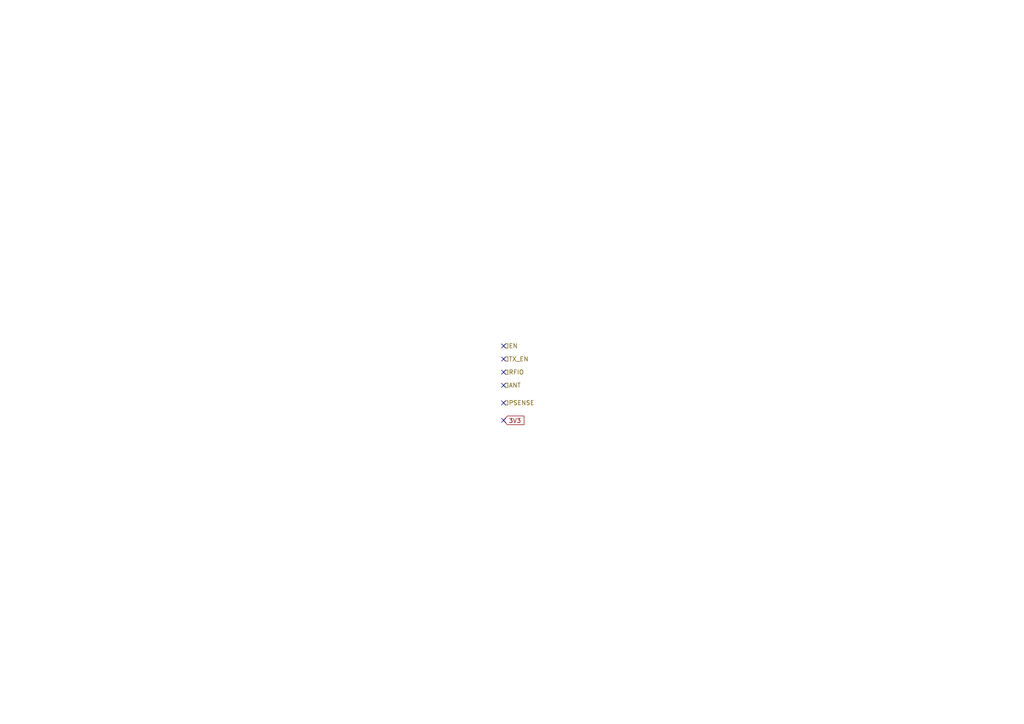
<source format=kicad_sch>
(kicad_sch (version 20211123) (generator eeschema)
  (paper "A4")
  (lib_symbols)
  (no_connect (at 146.05 100.33))
  (no_connect (at 146.05 104.14))
  (no_connect (at 146.05 121.92))
  (no_connect (at 146.05 107.95))
  (no_connect (at 146.05 111.76))
  (no_connect (at 146.05 116.84))
  (global_label "3V3" (shape input) (at 146.05 121.92 0) (property "Intersheet References" "${INTERSHEET_REFS}" (effects hide)))
  (hierarchical_label "TX_EN" (shape input) (at 146.05 104.14 0))
  (hierarchical_label "ANT" (shape input) (at 146.05 111.76 0))
  (hierarchical_label "RFIO" (shape input) (at 146.05 107.95 0))
  (hierarchical_label "PSENSE" (shape input) (at 146.05 116.84 0))
  (hierarchical_label "EN" (shape input) (at 146.05 100.33 0))
)
</source>
